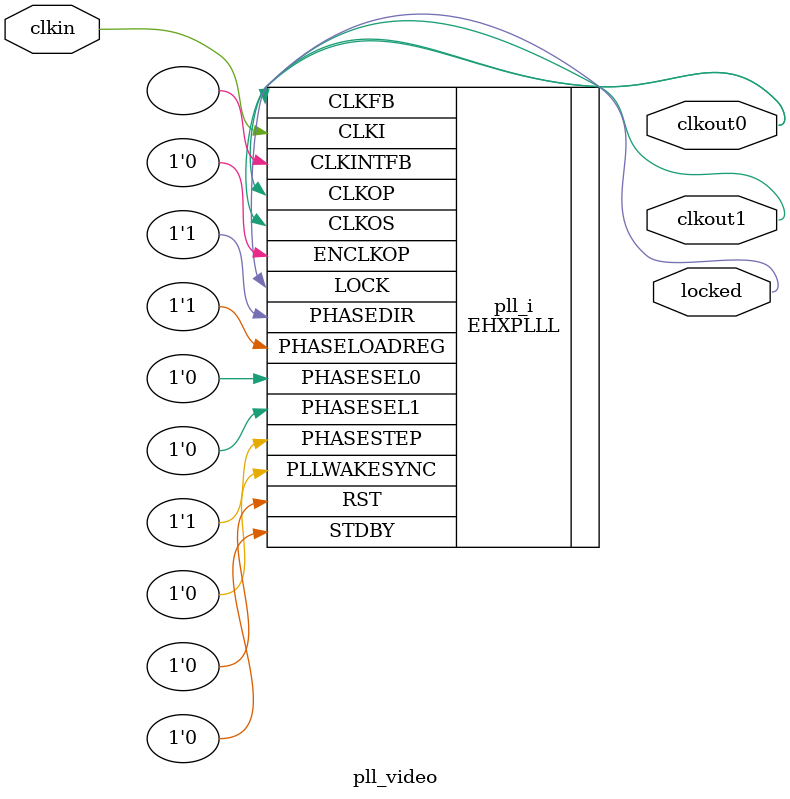
<source format=v>
module pll_video
(
    input clkin, // 25 MHz, 0 deg
    output clkout0, // 125 MHz, 0 deg
    output clkout1, // 25 MHz, 0 deg
    output locked
);
(* FREQUENCY_PIN_CLKI="25" *)
(* FREQUENCY_PIN_CLKOP="125" *)
(* FREQUENCY_PIN_CLKOS="25" *)
(* ICP_CURRENT="12" *) (* LPF_RESISTOR="8" *) (* MFG_ENABLE_FILTEROPAMP="1" *) (* MFG_GMCREF_SEL="2" *)
EHXPLLL #(
        .PLLRST_ENA("DISABLED"),
        .INTFB_WAKE("DISABLED"),
        .STDBY_ENABLE("DISABLED"),
        .DPHASE_SOURCE("DISABLED"),
        .OUTDIVIDER_MUXA("DIVA"),
        .OUTDIVIDER_MUXB("DIVB"),
        .OUTDIVIDER_MUXC("DIVC"),
        .OUTDIVIDER_MUXD("DIVD"),
        .CLKI_DIV(1),
        .CLKOP_ENABLE("ENABLED"),
        .CLKOP_DIV(5),
        .CLKOP_CPHASE(2),
        .CLKOP_FPHASE(0),
        .CLKOS_ENABLE("ENABLED"),
        .CLKOS_DIV(25),
        .CLKOS_CPHASE(2),
        .CLKOS_FPHASE(0),
        .FEEDBK_PATH("CLKOP"),
        .CLKFB_DIV(5)
    ) pll_i (
        .RST(1'b0),
        .STDBY(1'b0),
        .CLKI(clkin),
        .CLKOP(clkout0),
        .CLKOS(clkout1),
        .CLKFB(clkout0),
        .CLKINTFB(),
        .PHASESEL0(1'b0),
        .PHASESEL1(1'b0),
        .PHASEDIR(1'b1),
        .PHASESTEP(1'b1),
        .PHASELOADREG(1'b1),
        .PLLWAKESYNC(1'b0),
        .ENCLKOP(1'b0),
        .LOCK(locked)
	);
endmodule

</source>
